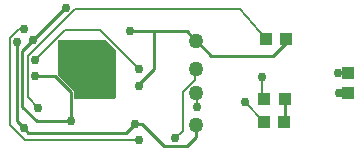
<source format=gbr>
G04 EAGLE Gerber RS-274X export*
G75*
%MOMM*%
%FSLAX34Y34*%
%LPD*%
%INBottom Copper*%
%IPPOS*%
%AMOC8*
5,1,8,0,0,1.08239X$1,22.5*%
G01*
%ADD10R,1.000000X1.100000*%
%ADD11R,1.100000X1.000000*%
%ADD12C,1.270000*%
%ADD13C,0.152400*%
%ADD14C,0.756400*%
%ADD15C,0.254000*%

G36*
X1059270Y395494D02*
X1059270Y395494D01*
X1059361Y395501D01*
X1059391Y395513D01*
X1059423Y395519D01*
X1059503Y395561D01*
X1059587Y395597D01*
X1059619Y395623D01*
X1059640Y395634D01*
X1059662Y395657D01*
X1059718Y395702D01*
X1060988Y396972D01*
X1061041Y397046D01*
X1061101Y397115D01*
X1061113Y397145D01*
X1061132Y397171D01*
X1061159Y397258D01*
X1061193Y397343D01*
X1061197Y397384D01*
X1061204Y397407D01*
X1061203Y397439D01*
X1061211Y397510D01*
X1061211Y436380D01*
X1061197Y436470D01*
X1061189Y436561D01*
X1061177Y436590D01*
X1061172Y436622D01*
X1061129Y436703D01*
X1061093Y436787D01*
X1061067Y436819D01*
X1061056Y436840D01*
X1061033Y436862D01*
X1060988Y436918D01*
X1052868Y445038D01*
X1052794Y445091D01*
X1052724Y445151D01*
X1052694Y445163D01*
X1052668Y445182D01*
X1052581Y445209D01*
X1052496Y445243D01*
X1052455Y445247D01*
X1052433Y445254D01*
X1052401Y445253D01*
X1052330Y445261D01*
X1012690Y445261D01*
X1012600Y445247D01*
X1012509Y445239D01*
X1012480Y445227D01*
X1012448Y445222D01*
X1012367Y445179D01*
X1012283Y445143D01*
X1012251Y445117D01*
X1012230Y445106D01*
X1012208Y445083D01*
X1012152Y445038D01*
X1011652Y444538D01*
X1011598Y444464D01*
X1011539Y444394D01*
X1011527Y444364D01*
X1011508Y444338D01*
X1011481Y444251D01*
X1011447Y444166D01*
X1011443Y444125D01*
X1011436Y444103D01*
X1011437Y444071D01*
X1011429Y444000D01*
X1011429Y416560D01*
X1011444Y416470D01*
X1011451Y416379D01*
X1011463Y416349D01*
X1011469Y416317D01*
X1011511Y416237D01*
X1011547Y416153D01*
X1011573Y416121D01*
X1011584Y416100D01*
X1011607Y416078D01*
X1011652Y416022D01*
X1025399Y402275D01*
X1025399Y396240D01*
X1025402Y396220D01*
X1025400Y396201D01*
X1025422Y396099D01*
X1025439Y395997D01*
X1025448Y395980D01*
X1025452Y395960D01*
X1025505Y395871D01*
X1025554Y395780D01*
X1025568Y395766D01*
X1025578Y395749D01*
X1025657Y395682D01*
X1025732Y395611D01*
X1025750Y395602D01*
X1025765Y395589D01*
X1025861Y395550D01*
X1025955Y395507D01*
X1025975Y395505D01*
X1025993Y395497D01*
X1026160Y395479D01*
X1059180Y395479D01*
X1059270Y395494D01*
G37*
D10*
X1204840Y445770D03*
X1187840Y445770D03*
D11*
X1204070Y394970D03*
X1186070Y394970D03*
X1203570Y375920D03*
X1186570Y375920D03*
D12*
X1129030Y420370D03*
X1128776Y400050D03*
X1129030Y444500D03*
X1129030Y373380D03*
D10*
X1257300Y400440D03*
X1257300Y417440D03*
D13*
X1166159Y471424D02*
X1026160Y471424D01*
X986028Y431292D01*
X986028Y396748D02*
X994918Y387858D01*
X986028Y396748D02*
X986028Y431292D01*
X1166159Y471424D02*
X1187840Y445770D01*
D14*
X994918Y387858D03*
D13*
X1203570Y375920D02*
X1203960Y376428D01*
X1203960Y394716D02*
X1204070Y394970D01*
D14*
X982980Y370332D03*
X976884Y443484D03*
X1076960Y374142D03*
D15*
X1204070Y376420D02*
X1204070Y394970D01*
X1204070Y376420D02*
X1203570Y375920D01*
D14*
X1203960Y375920D03*
D15*
X1101852Y355600D02*
X1083310Y374142D01*
X1076960Y374142D01*
X1129030Y373380D02*
X1129030Y363220D01*
X1121410Y355600D01*
X1203570Y375920D02*
X1203960Y375920D01*
X1121410Y355600D02*
X1101852Y355600D01*
X986790Y366522D02*
X982980Y370332D01*
X986790Y366522D02*
X1069340Y366522D01*
X1076960Y374142D01*
X982980Y370332D02*
X976884Y376428D01*
X976884Y443484D01*
D14*
X1018540Y422910D03*
X1018540Y438150D03*
X1037590Y422910D03*
X1055370Y422910D03*
X1028700Y411480D03*
X1046480Y411480D03*
X1036320Y401320D03*
X1055370Y401320D03*
X1052830Y438150D03*
X1036320Y438150D03*
D13*
X1250070Y400440D02*
X1257300Y400440D01*
D14*
X1250070Y400440D03*
D13*
X1129030Y444500D02*
X1127760Y443484D01*
X1200912Y445008D02*
X1203960Y445008D01*
X1204840Y445770D01*
X1129284Y443484D02*
X1129105Y444201D01*
X1129030Y444500D01*
D14*
X992124Y414528D03*
X1022604Y376428D03*
X1072896Y452628D03*
X990600Y445008D03*
X1204468Y445262D03*
D15*
X1204840Y445770D02*
X1204840Y442840D01*
X1193800Y431800D01*
X1141506Y431800D01*
X1129105Y444201D01*
X1092200Y452628D02*
X1072896Y452628D01*
X1092200Y452628D02*
X1093470Y452628D01*
X1120902Y452628D02*
X1129030Y444500D01*
X1093470Y420370D02*
X1080770Y407670D01*
X1080770Y406400D01*
D14*
X1080770Y406400D03*
D15*
X1018032Y472440D02*
X990600Y445008D01*
D14*
X1018540Y472440D03*
D15*
X1018032Y472440D01*
X990600Y445008D02*
X981710Y436118D01*
X981710Y388620D01*
X993902Y376428D01*
X1022604Y376428D01*
X1204840Y445634D02*
X1204840Y445770D01*
X1204840Y445634D02*
X1204468Y445262D01*
X1009142Y414528D02*
X992124Y414528D01*
X1009142Y414528D02*
X1022604Y401066D01*
X1022604Y376428D01*
X1093470Y420370D02*
X1093470Y452628D01*
D13*
X1248800Y417440D02*
X1257300Y417440D01*
D14*
X1248800Y417440D03*
D15*
X1120902Y452628D02*
X1093470Y452628D01*
D13*
X982980Y454914D02*
X979170Y454914D01*
X970788Y446532D01*
X970788Y373380D01*
X983742Y360426D01*
X1080770Y360426D01*
D14*
X982980Y454914D03*
X1080770Y360426D03*
D13*
X1047496Y453644D02*
X1017524Y453644D01*
X992124Y428244D01*
X1047496Y453644D02*
X1080516Y420624D01*
D14*
X992124Y428244D03*
X1080516Y420624D03*
D13*
X1184656Y413766D02*
X1184656Y406400D01*
X1184656Y406146D01*
D14*
X1184656Y413766D03*
D13*
X1184656Y406146D02*
X1184656Y396384D01*
X1186070Y394970D01*
X1169924Y392430D02*
X1186257Y376097D01*
X1186570Y375920D01*
D14*
X1169924Y392430D03*
D13*
X1127760Y411480D02*
X1127760Y419100D01*
X1127760Y411480D02*
X1117600Y401320D01*
X1117600Y368554D02*
X1111250Y362204D01*
X1117600Y368554D02*
X1117600Y401320D01*
X1127760Y419100D02*
X1129030Y420370D01*
D14*
X1111250Y362204D03*
D13*
X1129284Y388366D02*
X1129284Y399288D01*
X1128776Y400050D01*
D14*
X1129284Y388366D03*
M02*

</source>
